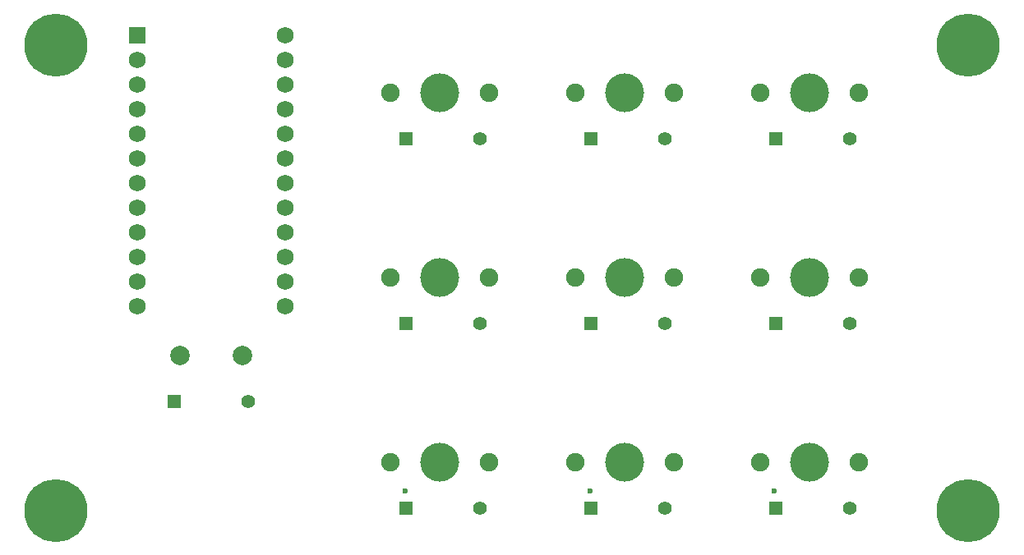
<source format=gbr>
%TF.GenerationSoftware,KiCad,Pcbnew,8.0.8*%
%TF.CreationDate,2025-02-16T23:14:20+09:00*%
%TF.ProjectId,macro,6d616372-6f2e-46b6-9963-61645f706362,rev?*%
%TF.SameCoordinates,Original*%
%TF.FileFunction,Soldermask,Top*%
%TF.FilePolarity,Negative*%
%FSLAX46Y46*%
G04 Gerber Fmt 4.6, Leading zero omitted, Abs format (unit mm)*
G04 Created by KiCad (PCBNEW 8.0.8) date 2025-02-16 23:14:20*
%MOMM*%
%LPD*%
G01*
G04 APERTURE LIST*
%ADD10C,6.500000*%
%ADD11C,1.900000*%
%ADD12C,4.000000*%
%ADD13C,2.000000*%
%ADD14R,1.397000X1.397000*%
%ADD15C,1.397000*%
%ADD16R,1.752600X1.752600*%
%ADD17C,1.752600*%
%ADD18C,0.600000*%
G04 APERTURE END LIST*
D10*
X38000000Y-92000000D03*
D11*
X110552500Y-68000000D03*
D12*
X115632500Y-68000000D03*
D11*
X120712500Y-68000000D03*
X91502500Y-68000000D03*
D12*
X96582500Y-68000000D03*
D11*
X101662500Y-68000000D03*
D10*
X132000000Y-92000000D03*
D13*
X57250000Y-76050000D03*
X50750000Y-76050000D03*
D11*
X72452500Y-68000000D03*
D12*
X77532500Y-68000000D03*
D11*
X82612500Y-68000000D03*
X72452500Y-87050000D03*
D12*
X77532500Y-87050000D03*
D11*
X82612500Y-87050000D03*
D14*
X112140000Y-72762500D03*
D15*
X119760000Y-72762500D03*
D11*
X72452500Y-48950000D03*
D12*
X77532500Y-48950000D03*
D11*
X82612500Y-48950000D03*
X110557890Y-87050000D03*
D12*
X115637890Y-87050000D03*
D11*
X120717890Y-87050000D03*
D10*
X132000000Y-44000000D03*
D14*
X93090000Y-53712500D03*
D15*
X100710000Y-53712500D03*
D16*
X46380000Y-43030000D03*
D17*
X46380000Y-45570000D03*
X46380000Y-48110000D03*
X46380000Y-50650000D03*
X46380000Y-53190000D03*
X46380000Y-55730000D03*
X46380000Y-58270000D03*
X46380000Y-60810000D03*
X46380000Y-63350000D03*
X46380000Y-65890000D03*
X46380000Y-68430000D03*
X46380000Y-70970000D03*
X61620000Y-70970000D03*
X61620000Y-68430000D03*
X61620000Y-65890000D03*
X61620000Y-63350000D03*
X61620000Y-60810000D03*
X61620000Y-58270000D03*
X61620000Y-55730000D03*
X61620000Y-53190000D03*
X61620000Y-50650000D03*
X61620000Y-48110000D03*
X61620000Y-45570000D03*
X61620000Y-43030000D03*
D11*
X91510471Y-87050000D03*
D12*
X96590471Y-87050000D03*
D11*
X101670471Y-87050000D03*
X110552500Y-48950000D03*
D12*
X115632500Y-48950000D03*
D11*
X120712500Y-48950000D03*
D14*
X50190000Y-80812500D03*
D15*
X57810000Y-80812500D03*
D14*
X112140000Y-53712500D03*
D15*
X119760000Y-53712500D03*
D14*
X112140000Y-91812500D03*
D15*
X119760000Y-91812500D03*
D10*
X38000000Y-44000000D03*
D14*
X74040000Y-53712500D03*
D15*
X81660000Y-53712500D03*
D14*
X93090000Y-91812500D03*
D15*
X100710000Y-91812500D03*
D14*
X93090000Y-72762500D03*
D15*
X100710000Y-72762500D03*
D11*
X91502500Y-48950000D03*
D12*
X96582500Y-48950000D03*
D11*
X101662500Y-48950000D03*
D14*
X74040000Y-72762500D03*
D15*
X81660000Y-72762500D03*
D14*
X74040000Y-91812500D03*
D15*
X81660000Y-91812500D03*
D18*
X74000000Y-90000000D03*
X93000000Y-90000000D03*
X112000000Y-90000000D03*
M02*

</source>
